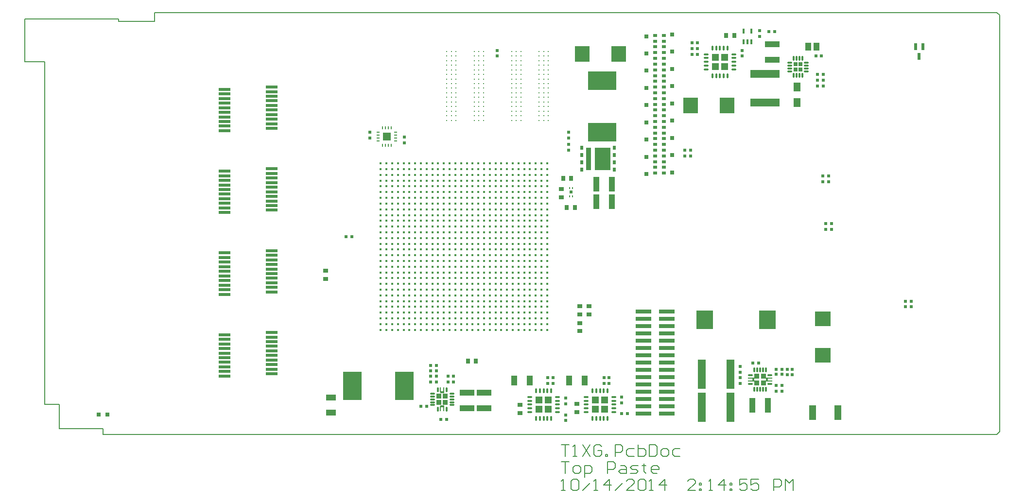
<source format=gtp>
%FSLAX44Y44*%
%MOMM*%
G71*
G01*
G75*
G04 Layer_Color=8421504*
%ADD10O,0.9500X0.3500*%
%ADD11O,0.3500X0.9500*%
%ADD12R,3.1500X3.1500*%
%ADD13O,0.2800X0.8500*%
%ADD14O,0.8500X0.2800*%
%ADD15R,1.7000X1.7000*%
%ADD16R,0.4000X0.7500*%
%ADD17R,0.9000X0.2000*%
%ADD18R,2.0500X2.0500*%
%ADD19R,2.0500X2.0500*%
%ADD20R,0.2000X0.9000*%
%ADD21R,0.7500X0.4000*%
%ADD22R,0.5000X1.3000*%
%ADD23R,2.0000X0.5000*%
%ADD24R,0.3500X0.9000*%
%ADD25R,1.2000X2.6000*%
%ADD26R,0.6300X0.6500*%
%ADD27R,0.9200X4.0000*%
%ADD28R,2.6700X4.0000*%
%ADD29R,0.6000X0.6000*%
%ADD30R,0.2500X0.4000*%
%ADD31O,0.6500X0.2500*%
%ADD32O,0.2500X0.6500*%
%ADD33R,0.7000X0.5000*%
%ADD34R,0.6500X0.8000*%
%ADD35R,0.8000X0.8000*%
%ADD36R,2.8500X3.3000*%
%ADD37R,3.1750X4.9530*%
%ADD38R,1.2000X1.5000*%
%ADD39R,0.9500X0.5500*%
%ADD40R,2.7940X0.7366*%
%ADD41C,0.3300*%
%ADD42R,5.2000X1.4000*%
%ADD43R,2.6000X1.1000*%
%ADD44R,1.1000X1.7000*%
%ADD45R,1.1000X1.4000*%
%ADD46R,0.6000X0.5000*%
%ADD47C,0.4500*%
%ADD48R,2.5500X2.7000*%
%ADD49R,0.6000X0.6000*%
%ADD50R,0.5000X0.6000*%
%ADD51R,1.7000X1.1000*%
%ADD52R,0.9000X0.8000*%
%ADD53R,0.8000X0.9000*%
%ADD54R,1.1000X2.6000*%
%ADD55R,1.4000X5.2000*%
%ADD56R,2.7000X2.5500*%
%ADD57R,4.9530X3.1750*%
%ADD58R,3.1500X3.1500*%
%ADD59C,0.2540*%
%ADD60C,0.1270*%
%ADD61C,0.5040*%
%ADD62C,0.5588*%
%ADD63C,0.5080*%
%ADD64C,0.2032*%
%ADD65C,0.3048*%
%ADD66C,0.1651*%
%ADD67C,0.3810*%
%ADD68C,0.1524*%
%ADD69R,0.6000X0.5000*%
%ADD70R,2.5000X0.7000*%
%ADD71R,2.3000X5.0000*%
%ADD72R,11.1000X6.2500*%
%ADD73R,2.8000X0.9000*%
%ADD74R,2.2000X2.1000*%
%ADD75R,1.2000X3.0000*%
%ADD76R,2.2000X1.8000*%
%ADD77R,5.2500X2.0000*%
%ADD78R,2.6000X2.7000*%
%ADD79R,1.6000X3.4000*%
%ADD80R,3.0000X4.3000*%
%ADD81R,1.9500X0.7500*%
%ADD82R,4.4500X1.0500*%
%ADD83R,1.0500X4.5000*%
%ADD84R,6.2000X6.0500*%
%ADD85R,1.1000X3.5000*%
%ADD86R,1.0000X1.4000*%
%ADD87R,1.6000X0.7000*%
%ADD88R,2.6500X1.5500*%
%ADD89R,2.3000X2.0500*%
%ADD90R,6.2000X5.1000*%
%ADD91R,15.8500X3.5500*%
%ADD92R,1.4000X1.3000*%
%ADD93R,1.7500X0.8000*%
%ADD94R,6.0000X4.0000*%
%ADD95R,0.6000X0.6500*%
%ADD96R,7.5500X2.8500*%
%ADD97R,1.6000X2.4500*%
%ADD98R,0.7500X1.9500*%
%ADD99R,2.5500X1.3000*%
%ADD100R,1.8500X1.5000*%
%ADD101R,2.5000X1.0000*%
%ADD102R,4.6000X1.0000*%
%ADD103R,2.4000X0.9500*%
%ADD104R,2.5000X0.7250*%
%ADD105R,1.0000X0.5000*%
%ADD106R,1.4000X0.5000*%
%ADD107R,2.3000X1.5000*%
%ADD108R,0.8500X0.8000*%
%ADD109R,0.8500X0.8000*%
%ADD110R,1.2250X0.5000*%
%ADD111R,4.0000X1.5000*%
%ADD112R,4.0000X2.0000*%
%ADD113R,1.1750X1.6750*%
%ADD114R,3.7500X1.3000*%
%ADD115R,4.3000X3.2000*%
%ADD116R,3.3000X4.1000*%
%ADD117R,4.5000X3.2000*%
%ADD118R,2.3000X1.1000*%
%ADD119R,2.1000X1.0000*%
%ADD120R,2.8000X3.4000*%
%ADD121R,2.0000X0.8000*%
%ADD122R,1.3000X3.9000*%
%ADD123R,1.9000X0.6000*%
%ADD124R,1.0000X2.7000*%
%ADD125R,2.3500X0.7000*%
%ADD126R,2.3500X1.5000*%
%ADD127R,0.8000X2.0500*%
%ADD128R,0.8000X1.9000*%
%ADD129R,1.1000X1.4500*%
%ADD130R,3.7000X2.8500*%
%ADD131R,3.3500X9.0500*%
%ADD132R,4.3500X19.5500*%
%ADD133R,2.9000X11.0000*%
%ADD134R,4.1000X4.4000*%
%ADD135R,3.0000X4.4000*%
%ADD136R,3.0000X1.9500*%
%ADD137R,0.9000X1.1000*%
%ADD138R,0.6500X0.4500*%
%ADD139R,4.8000X1.4000*%
%ADD140R,1.9500X9.7500*%
%ADD141R,1.6000X6.3000*%
%ADD142R,5.2000X3.1000*%
%ADD143R,9.3000X3.0000*%
%ADD144R,5.8000X1.6000*%
%ADD145R,0.9000X1.4000*%
%ADD146R,2.1000X3.3000*%
%ADD147R,10.7000X1.1000*%
%ADD148R,1.0000X1.2000*%
%ADD149R,10.7000X1.6000*%
%ADD150R,2.6000X6.4000*%
%ADD151R,2.0000X3.0000*%
%ADD152R,0.9000X0.9000*%
%ADD153R,4.0000X4.9000*%
%ADD154R,0.8000X3.0000*%
%ADD155R,2.3000X1.7000*%
%ADD156R,3.0000X5.4000*%
%ADD157R,0.8000X0.7000*%
%ADD158R,0.8000X0.4000*%
%ADD159R,0.8000X0.7000*%
%ADD160R,0.7000X0.4000*%
%ADD161R,2.8000X0.7000*%
%ADD162R,1.0000X0.4000*%
%ADD163R,1.6500X0.8000*%
%ADD164R,1.1500X0.5000*%
%ADD165R,1.3500X0.8000*%
%ADD166R,1.1000X0.5000*%
%ADD167R,1.5500X1.5000*%
%ADD168R,1.6000X1.5000*%
%ADD169R,0.9500X1.0500*%
%ADD170R,0.9000X0.5000*%
%ADD171R,1.5000X0.9500*%
%ADD172C,0.1500*%
%ADD173C,0.5000*%
%ADD174R,2.0000X2.0000*%
%ADD175C,0.2000*%
%ADD176C,0.1270*%
%ADD177C,0.9500*%
%ADD178C,0.6000*%
%ADD179C,0.5080*%
%ADD180C,5.0000*%
%ADD181R,4.7000X4.7000*%
%ADD182C,3.3000*%
G04:AMPARAMS|DCode=183|XSize=1mm|YSize=1mm|CornerRadius=0.25mm|HoleSize=0mm|Usage=FLASHONLY|Rotation=0.000|XOffset=0mm|YOffset=0mm|HoleType=Round|Shape=RoundedRectangle|*
%AMROUNDEDRECTD183*
21,1,1.0000,0.5000,0,0,0.0*
21,1,0.5000,1.0000,0,0,0.0*
1,1,0.5000,0.2500,-0.2500*
1,1,0.5000,-0.2500,-0.2500*
1,1,0.5000,-0.2500,0.2500*
1,1,0.5000,0.2500,0.2500*
%
%ADD183ROUNDEDRECTD183*%
%ADD184C,0.6600*%
%ADD185C,0.5588*%
%ADD186C,1.0160*%
%ADD187C,1.3970*%
%ADD188C,0.8890*%
%ADD189C,2.8000*%
%ADD190R,1.6000X0.5000*%
%ADD191R,0.5000X1.6000*%
%ADD192R,2.5000X3.3000*%
%ADD193R,10.0000X6.4000*%
%ADD194R,5.0000X3.3000*%
%ADD195R,1.4000X1.6000*%
%ADD196C,1.4580*%
%ADD197C,1.5580*%
%ADD198C,1.3580*%
%ADD199C,2.0580*%
%ADD200C,1.2080*%
%ADD201C,1.4080*%
%ADD202C,1.3480*%
%ADD203C,1.1680*%
%ADD204C,1.5240*%
%ADD205C,2.3080*%
G04:AMPARAMS|DCode=206|XSize=1.158mm|YSize=1.158mm|CornerRadius=0mm|HoleSize=0mm|Usage=FLASHONLY|Rotation=0.000|XOffset=0mm|YOffset=0mm|HoleType=Round|Shape=Relief|Width=0.254mm|Gap=0.127mm|Entries=4|*
%AMTHD206*
7,0,0,1.1580,0.9040,0.2540,45*
%
%ADD206THD206*%
%ADD207C,1.1580*%
%ADD208C,2.5080*%
%ADD209C,0.7064*%
G04:AMPARAMS|DCode=210|XSize=0.7064mm|YSize=0.7064mm|CornerRadius=0mm|HoleSize=0mm|Usage=FLASHONLY|Rotation=0.000|XOffset=0mm|YOffset=0mm|HoleType=Round|Shape=Relief|Width=0.2032mm|Gap=0.1016mm|Entries=4|*
%AMTHD210*
7,0,0,0.7064,0.5032,0.2032,45*
%
%ADD210THD210*%
G04:AMPARAMS|DCode=211|XSize=0.5588mm|YSize=0.5588mm|CornerRadius=0mm|HoleSize=0mm|Usage=FLASHONLY|Rotation=0.000|XOffset=0mm|YOffset=0mm|HoleType=Round|Shape=Relief|Width=0.2032mm|Gap=0.1016mm|Entries=4|*
%AMTHD211*
7,0,0,0.5588,0.3556,0.2032,45*
%
%ADD211THD211*%
%ADD212C,3.0080*%
%ADD213C,3.1064*%
%ADD214O,11.0064X2.0064*%
%ADD215C,2.9064*%
%ADD216C,0.8128*%
%ADD217C,0.8080*%
%ADD218R,1.6000X0.5000*%
%ADD219R,5.0000X9.7000*%
%ADD220R,5.0000X6.4000*%
%ADD221C,0.8380*%
%ADD222C,0.1778*%
%ADD223R,7.5000X9.7000*%
%ADD224R,2.5000X3.2000*%
%ADD225R,2.5000X9.7000*%
%ADD226R,7.5000X3.2000*%
%ADD227R,5.0000X6.5000*%
%ADD228R,2.5000X3.3000*%
%ADD229R,2.5000X6.4000*%
%ADD230R,10.0000X6.5000*%
%ADD231R,5.0000X3.2000*%
%ADD232R,0.7500X0.3000*%
%ADD233R,2.4500X2.4500*%
%ADD234R,1.1500X0.6000*%
%ADD235O,0.8000X0.2500*%
%ADD236O,0.2500X0.8000*%
%ADD237R,2.5500X2.5500*%
%ADD238R,0.8000X0.3000*%
%ADD239R,0.7000X1.3000*%
%ADD240R,1.0000X1.0000*%
%ADD241R,0.7000X0.7000*%
%ADD242R,1.0000X1.5000*%
%ADD243R,0.7000X0.6000*%
%ADD244R,10.0000X1.0000*%
%ADD245R,116.0000X1.0000*%
%ADD246R,3.5000X3.5000*%
%ADD247R,0.3700X0.5900*%
%ADD248R,0.5900X0.3700*%
%ADD249R,1.2000X1.4000*%
%ADD250R,1.1000X1.0000*%
%ADD251R,0.3000X0.7500*%
%ADD252R,1.4000X1.1000*%
%ADD253R,1.7000X1.7000*%
%ADD254R,3.9500X1.6500*%
%ADD255R,1.7000X1.5500*%
%ADD256R,2.3000X0.7000*%
%ADD257R,1.1000X2.5000*%
%ADD258R,2.6000X0.8000*%
%ADD259R,1.0000X0.8000*%
%ADD260R,6.2000X1.6500*%
%ADD261R,6.9500X4.5000*%
%ADD262R,1.0922X7.6454*%
%ADD263R,2.4000X3.2000*%
%ADD264R,1.4000X1.4000*%
%ADD265R,1.5000X1.7500*%
%ADD266R,18.5500X5.4500*%
%ADD267R,17.5000X4.3500*%
%ADD268R,1.4000X1.2500*%
%ADD269R,1.5000X1.5500*%
%ADD270R,2.3500X1.1500*%
%ADD271R,2.5500X2.2500*%
%ADD272R,3.3500X2.1000*%
%ADD273R,2.0000X1.4500*%
%ADD274R,2.1000X2.1000*%
%ADD275R,2.4500X1.1000*%
%ADD276R,2.4000X1.9500*%
%ADD277R,1.1000X0.6000*%
%ADD278R,0.9398X10.6426*%
%ADD279R,6.3246X1.2192*%
%ADD280R,7.1882X1.6510*%
%ADD281R,1.1000X1.0000*%
%ADD282R,0.6000X2.0000*%
%ADD283R,1.3000X0.8000*%
%ADD284R,1.8500X1.1500*%
%ADD285C,0.2500*%
%ADD286C,0.2000*%
%ADD287C,0.1016*%
%ADD288R,1.3000X1.3000*%
%ADD289R,0.7000X0.7000*%
%ADD290R,0.8200X0.8200*%
%ADD291R,0.8200X0.8200*%
%ADD292R,1.3000X1.3000*%
%ADD293R,1.4000X1.4000*%
D10*
X977750Y13000D02*
D03*
Y6500D02*
D03*
Y0D02*
D03*
Y-6500D02*
D03*
Y-13000D02*
D03*
X1026250D02*
D03*
Y-6500D02*
D03*
Y0D02*
D03*
Y6500D02*
D03*
Y13000D02*
D03*
X879750D02*
D03*
Y6500D02*
D03*
Y0D02*
D03*
Y-6500D02*
D03*
Y-13000D02*
D03*
X928250D02*
D03*
Y-6500D02*
D03*
Y0D02*
D03*
Y6500D02*
D03*
Y13000D02*
D03*
X1186750Y584000D02*
D03*
Y590500D02*
D03*
Y597000D02*
D03*
Y603500D02*
D03*
Y610000D02*
D03*
X1235250D02*
D03*
Y603500D02*
D03*
Y597000D02*
D03*
Y590500D02*
D03*
Y584000D02*
D03*
D11*
X989000Y-24250D02*
D03*
X995500D02*
D03*
X1002000D02*
D03*
X1008500D02*
D03*
X1015000D02*
D03*
Y24250D02*
D03*
X1008500D02*
D03*
X1002000D02*
D03*
X995500D02*
D03*
X989000D02*
D03*
X891000Y-24250D02*
D03*
X897500D02*
D03*
X904000D02*
D03*
X910500D02*
D03*
X917000D02*
D03*
Y24250D02*
D03*
X910500D02*
D03*
X904000D02*
D03*
X897500D02*
D03*
X891000D02*
D03*
X1198000Y621250D02*
D03*
X1204500D02*
D03*
X1211000D02*
D03*
X1217500D02*
D03*
X1224000D02*
D03*
Y572750D02*
D03*
X1217500D02*
D03*
X1211000D02*
D03*
X1204500D02*
D03*
X1198000D02*
D03*
D13*
X1339500Y573250D02*
D03*
X1344500D02*
D03*
X1349500D02*
D03*
X1354500D02*
D03*
Y602750D02*
D03*
X1349500D02*
D03*
X1344500D02*
D03*
X1339500D02*
D03*
X1271000Y60500D02*
D03*
X1276000D02*
D03*
X1281000D02*
D03*
X1286000D02*
D03*
X1291000D02*
D03*
Y26500D02*
D03*
X1286000D02*
D03*
X1281000D02*
D03*
X1276000D02*
D03*
X1271000D02*
D03*
X734500Y-8000D02*
D03*
Y26000D02*
D03*
X719500D02*
D03*
Y-8000D02*
D03*
D14*
X1361750Y580500D02*
D03*
Y585500D02*
D03*
Y590500D02*
D03*
Y595500D02*
D03*
X1332250D02*
D03*
Y590500D02*
D03*
Y585500D02*
D03*
Y580500D02*
D03*
X1264000Y51000D02*
D03*
X1298000D02*
D03*
Y36000D02*
D03*
X1264000D02*
D03*
X744000Y-1000D02*
D03*
Y4000D02*
D03*
Y9000D02*
D03*
Y14000D02*
D03*
Y19000D02*
D03*
X710000D02*
D03*
Y14000D02*
D03*
Y9000D02*
D03*
Y4000D02*
D03*
Y-1000D02*
D03*
D16*
X1293000Y43500D02*
D03*
X1269000D02*
D03*
D17*
X1297750Y46250D02*
D03*
Y40750D02*
D03*
X1264250D02*
D03*
Y46250D02*
D03*
D20*
X724250Y-7750D02*
D03*
X729750D02*
D03*
Y25750D02*
D03*
X724250D02*
D03*
D21*
X727000Y-3000D02*
D03*
Y21000D02*
D03*
D22*
X1558000Y606500D02*
D03*
X1551500Y623500D02*
D03*
X1564500D02*
D03*
D23*
X348000Y264000D02*
D03*
Y256000D02*
D03*
Y248000D02*
D03*
Y240000D02*
D03*
Y232000D02*
D03*
Y224000D02*
D03*
Y216000D02*
D03*
Y208000D02*
D03*
Y200000D02*
D03*
Y192000D02*
D03*
X430000Y196000D02*
D03*
Y204000D02*
D03*
Y212000D02*
D03*
Y220000D02*
D03*
Y228000D02*
D03*
Y236000D02*
D03*
Y244000D02*
D03*
Y252000D02*
D03*
Y260000D02*
D03*
Y268000D02*
D03*
Y410500D02*
D03*
Y402500D02*
D03*
Y394500D02*
D03*
Y386500D02*
D03*
Y378500D02*
D03*
Y370500D02*
D03*
Y362500D02*
D03*
Y354500D02*
D03*
Y346500D02*
D03*
Y338500D02*
D03*
X348000Y334500D02*
D03*
Y342500D02*
D03*
Y350500D02*
D03*
Y358500D02*
D03*
Y366500D02*
D03*
Y374500D02*
D03*
Y382500D02*
D03*
Y390500D02*
D03*
Y398500D02*
D03*
Y406500D02*
D03*
Y549000D02*
D03*
Y541000D02*
D03*
Y533000D02*
D03*
Y525000D02*
D03*
Y517000D02*
D03*
Y509000D02*
D03*
Y501000D02*
D03*
Y493000D02*
D03*
Y485000D02*
D03*
Y477000D02*
D03*
X430000Y481000D02*
D03*
Y489000D02*
D03*
Y497000D02*
D03*
Y505000D02*
D03*
Y513000D02*
D03*
Y521000D02*
D03*
Y529000D02*
D03*
Y537000D02*
D03*
Y545000D02*
D03*
Y553000D02*
D03*
Y125500D02*
D03*
Y117500D02*
D03*
Y109500D02*
D03*
Y101500D02*
D03*
Y93500D02*
D03*
Y85500D02*
D03*
Y77500D02*
D03*
Y69500D02*
D03*
Y61500D02*
D03*
Y53500D02*
D03*
X348000Y49500D02*
D03*
Y57500D02*
D03*
Y65500D02*
D03*
Y73500D02*
D03*
Y81500D02*
D03*
Y89500D02*
D03*
Y97500D02*
D03*
Y105500D02*
D03*
Y113500D02*
D03*
Y121500D02*
D03*
D24*
X1252500Y650500D02*
D03*
X1265500D02*
D03*
Y631500D02*
D03*
X1259000D02*
D03*
X1252500D02*
D03*
D25*
X1372000Y-14000D02*
D03*
X1416000D02*
D03*
D26*
X970000Y447000D02*
D03*
Y434300D02*
D03*
Y421600D02*
D03*
Y408900D02*
D03*
X1026700D02*
D03*
Y421600D02*
D03*
Y434300D02*
D03*
Y447000D02*
D03*
D27*
X981650Y427950D02*
D03*
D28*
X1006200D02*
D03*
D29*
X951500Y370000D02*
D03*
X1309000Y33500D02*
D03*
X1319000D02*
D03*
X725000Y-26000D02*
D03*
X735000D02*
D03*
X1306000Y650000D02*
D03*
X1296000D02*
D03*
X1309000Y23500D02*
D03*
X1319000D02*
D03*
X1309000Y61500D02*
D03*
X1319000D02*
D03*
X1040000Y-16000D02*
D03*
X1050000D02*
D03*
X1381000Y555000D02*
D03*
X1391000D02*
D03*
X1172000Y610000D02*
D03*
X1162000D02*
D03*
X1172000Y620000D02*
D03*
X1162000D02*
D03*
X1391000Y565000D02*
D03*
X1381000D02*
D03*
X1381000Y575000D02*
D03*
X1391000D02*
D03*
X570000Y292000D02*
D03*
X560000D02*
D03*
D30*
X949000Y377000D02*
D03*
X954000D02*
D03*
Y363000D02*
D03*
X949000D02*
D03*
D31*
X646250Y474500D02*
D03*
Y469500D02*
D03*
Y464500D02*
D03*
Y459500D02*
D03*
X615750D02*
D03*
Y464500D02*
D03*
Y469500D02*
D03*
Y474500D02*
D03*
D32*
X638500Y451750D02*
D03*
X633500D02*
D03*
X628500D02*
D03*
X623500D02*
D03*
Y482250D02*
D03*
X628500D02*
D03*
X633500D02*
D03*
X638500D02*
D03*
D33*
X1113000Y403000D02*
D03*
X1098000D02*
D03*
X1113000Y413000D02*
D03*
X1098000D02*
D03*
X1113000Y423000D02*
D03*
X1098000D02*
D03*
X1113000Y433000D02*
D03*
X1098000D02*
D03*
X1113000Y443000D02*
D03*
X1098000D02*
D03*
X1113000Y453000D02*
D03*
X1098000D02*
D03*
X1113000Y463000D02*
D03*
X1098000D02*
D03*
X1113000Y473000D02*
D03*
X1098000D02*
D03*
X1113000Y483000D02*
D03*
X1098000D02*
D03*
X1113000Y493000D02*
D03*
X1098000D02*
D03*
X1113000Y503000D02*
D03*
X1098000D02*
D03*
X1113000Y513000D02*
D03*
X1098000D02*
D03*
X1113000Y523000D02*
D03*
X1098000D02*
D03*
X1113000Y533000D02*
D03*
X1098000D02*
D03*
X1113000Y543000D02*
D03*
X1098000D02*
D03*
X1113000Y553000D02*
D03*
X1098000D02*
D03*
X1113000Y563000D02*
D03*
X1098000D02*
D03*
X1113000Y573000D02*
D03*
X1098000D02*
D03*
X1113000Y583000D02*
D03*
X1098000D02*
D03*
X1113000Y593000D02*
D03*
X1098000D02*
D03*
X1113000Y603000D02*
D03*
X1098000D02*
D03*
X1113000Y613000D02*
D03*
X1098000D02*
D03*
X1113000Y623000D02*
D03*
X1098000D02*
D03*
X1113000Y633000D02*
D03*
X1098000D02*
D03*
X1113000Y643000D02*
D03*
X1098000D02*
D03*
D34*
X1083245Y461500D02*
D03*
Y491500D02*
D03*
Y521500D02*
D03*
Y551500D02*
D03*
Y581500D02*
D03*
Y611500D02*
D03*
Y641500D02*
D03*
Y431500D02*
D03*
Y401500D02*
D03*
X1127750Y464500D02*
D03*
Y494500D02*
D03*
Y524500D02*
D03*
Y554500D02*
D03*
Y584500D02*
D03*
Y614500D02*
D03*
Y644500D02*
D03*
Y434500D02*
D03*
Y404500D02*
D03*
D35*
X128800Y-17800D02*
D03*
X143800D02*
D03*
D36*
X1184500Y147500D02*
D03*
X1294000D02*
D03*
D37*
X570830Y32000D02*
D03*
X661000D02*
D03*
D38*
X1345000Y553000D02*
D03*
Y526000D02*
D03*
D40*
X1077360Y72900D02*
D03*
Y149100D02*
D03*
X1118000D02*
D03*
X1077360Y136400D02*
D03*
X1118000D02*
D03*
X1077360Y123700D02*
D03*
X1118000D02*
D03*
X1077360Y111000D02*
D03*
X1118000D02*
D03*
X1077360Y98300D02*
D03*
X1118000D02*
D03*
X1077360Y85600D02*
D03*
X1118000D02*
D03*
Y72900D02*
D03*
X1077360Y-16000D02*
D03*
Y60200D02*
D03*
X1118000D02*
D03*
X1077360Y47500D02*
D03*
X1118000D02*
D03*
X1077360Y34800D02*
D03*
X1118000D02*
D03*
X1077360Y22100D02*
D03*
X1118000D02*
D03*
X1077360Y9400D02*
D03*
X1118000D02*
D03*
X1077360Y-3300D02*
D03*
X1118000D02*
D03*
Y-16000D02*
D03*
Y161800D02*
D03*
X1077360D02*
D03*
D41*
X848000Y615000D02*
D03*
X856000D02*
D03*
X864000D02*
D03*
X896000D02*
D03*
X904000D02*
D03*
X912000D02*
D03*
X848000Y607000D02*
D03*
X856000D02*
D03*
X864000D02*
D03*
X896000D02*
D03*
X904000D02*
D03*
X912000D02*
D03*
X848000Y599000D02*
D03*
X856000D02*
D03*
X864000D02*
D03*
X896000D02*
D03*
X904000D02*
D03*
X912000D02*
D03*
X848000Y591000D02*
D03*
X856000D02*
D03*
X864000D02*
D03*
X896000D02*
D03*
X904000D02*
D03*
X912000D02*
D03*
X848000Y583000D02*
D03*
X856000D02*
D03*
X864000D02*
D03*
X896000D02*
D03*
X904000D02*
D03*
X912000D02*
D03*
X848000Y575000D02*
D03*
X856000D02*
D03*
X864000D02*
D03*
X896000D02*
D03*
X904000D02*
D03*
X912000D02*
D03*
X848000Y567000D02*
D03*
X856000D02*
D03*
X864000D02*
D03*
X896000D02*
D03*
X904000D02*
D03*
X912000D02*
D03*
X848000Y559000D02*
D03*
X856000D02*
D03*
X864000D02*
D03*
X896000D02*
D03*
X904000D02*
D03*
X912000D02*
D03*
X848000Y551000D02*
D03*
X856000D02*
D03*
X864000D02*
D03*
X896000D02*
D03*
X904000D02*
D03*
X912000D02*
D03*
X848000Y543000D02*
D03*
X856000D02*
D03*
X864000D02*
D03*
X896000D02*
D03*
X904000D02*
D03*
X912000D02*
D03*
X848000Y535000D02*
D03*
X856000D02*
D03*
X864000D02*
D03*
X896000D02*
D03*
X904000D02*
D03*
X912000D02*
D03*
X848000Y527000D02*
D03*
X856000D02*
D03*
X864000D02*
D03*
X896000D02*
D03*
X904000D02*
D03*
X912000D02*
D03*
X848000Y519000D02*
D03*
X856000D02*
D03*
X864000D02*
D03*
X896000D02*
D03*
X904000D02*
D03*
X912000D02*
D03*
X848000Y511000D02*
D03*
X856000D02*
D03*
X864000D02*
D03*
X896000D02*
D03*
X904000D02*
D03*
X912000D02*
D03*
X848000Y503000D02*
D03*
X856000D02*
D03*
X864000D02*
D03*
X896000D02*
D03*
X904000D02*
D03*
X912000D02*
D03*
X848000Y495000D02*
D03*
X856000D02*
D03*
X864000D02*
D03*
X896000D02*
D03*
X904000D02*
D03*
X912000D02*
D03*
X799000Y495000D02*
D03*
X791000D02*
D03*
X783000D02*
D03*
X751000D02*
D03*
X743000D02*
D03*
X735000D02*
D03*
X799000Y503000D02*
D03*
X791000D02*
D03*
X783000D02*
D03*
X751000D02*
D03*
X743000D02*
D03*
X735000D02*
D03*
X799000Y511000D02*
D03*
X791000D02*
D03*
X783000D02*
D03*
X751000D02*
D03*
X743000D02*
D03*
X735000D02*
D03*
X799000Y519000D02*
D03*
X791000D02*
D03*
X783000D02*
D03*
X751000D02*
D03*
X743000D02*
D03*
X735000D02*
D03*
X799000Y527000D02*
D03*
X791000D02*
D03*
X783000D02*
D03*
X751000D02*
D03*
X743000D02*
D03*
X735000D02*
D03*
X799000Y535000D02*
D03*
X791000D02*
D03*
X783000D02*
D03*
X751000D02*
D03*
X743000D02*
D03*
X735000D02*
D03*
X799000Y543000D02*
D03*
X791000D02*
D03*
X783000D02*
D03*
X751000D02*
D03*
X743000D02*
D03*
X735000D02*
D03*
X799000Y551000D02*
D03*
X791000D02*
D03*
X783000D02*
D03*
X751000D02*
D03*
X743000D02*
D03*
X735000D02*
D03*
X799000Y559000D02*
D03*
X791000D02*
D03*
X783000D02*
D03*
X751000D02*
D03*
X743000D02*
D03*
X735000D02*
D03*
X799000Y567000D02*
D03*
X791000D02*
D03*
X783000D02*
D03*
X751000D02*
D03*
X743000D02*
D03*
X735000D02*
D03*
X799000Y575000D02*
D03*
X791000D02*
D03*
X783000D02*
D03*
X751000D02*
D03*
X743000D02*
D03*
X735000D02*
D03*
X799000Y583000D02*
D03*
X791000D02*
D03*
X783000D02*
D03*
X751000D02*
D03*
X743000D02*
D03*
X735000D02*
D03*
X799000Y591000D02*
D03*
X791000D02*
D03*
X783000D02*
D03*
X751000D02*
D03*
X743000D02*
D03*
X735000D02*
D03*
X799000Y599000D02*
D03*
X791000D02*
D03*
X783000D02*
D03*
X751000D02*
D03*
X743000D02*
D03*
X735000D02*
D03*
X799000Y607000D02*
D03*
X791000D02*
D03*
X783000D02*
D03*
X751000D02*
D03*
X743000D02*
D03*
X735000D02*
D03*
X799000Y615000D02*
D03*
X791000D02*
D03*
X783000D02*
D03*
X751000D02*
D03*
X743000D02*
D03*
X735000D02*
D03*
D42*
X1289000Y526000D02*
D03*
Y576000D02*
D03*
D43*
X1302000Y627500D02*
D03*
Y600500D02*
D03*
X770000Y-6500D02*
D03*
Y20500D02*
D03*
X800000Y-6500D02*
D03*
Y20500D02*
D03*
D44*
X852500Y42000D02*
D03*
X879500D02*
D03*
X948500D02*
D03*
X975500D02*
D03*
D45*
X1379500Y623000D02*
D03*
X1364500D02*
D03*
D46*
X1378000Y607000D02*
D03*
X1388000D02*
D03*
X1390000Y398000D02*
D03*
X1400000D02*
D03*
X1390000Y388000D02*
D03*
X1400000D02*
D03*
X1395000Y315000D02*
D03*
X1405000D02*
D03*
X1395000Y305000D02*
D03*
X1405000D02*
D03*
X1534000Y170000D02*
D03*
X1544000D02*
D03*
X1534000Y180000D02*
D03*
X1544000D02*
D03*
X690000Y-3000D02*
D03*
X700000D02*
D03*
X1278000Y72500D02*
D03*
X1268000D02*
D03*
X717000Y68000D02*
D03*
X707000D02*
D03*
X1319000Y52500D02*
D03*
X1309000D02*
D03*
X717000Y59000D02*
D03*
X707000D02*
D03*
X1162000Y630000D02*
D03*
X1172000D02*
D03*
D47*
X620000Y420000D02*
D03*
X630000D02*
D03*
X640000D02*
D03*
X650000D02*
D03*
X660000D02*
D03*
X670000D02*
D03*
X680000D02*
D03*
X690000D02*
D03*
X700000D02*
D03*
X710000D02*
D03*
X720000D02*
D03*
X730000D02*
D03*
X740000D02*
D03*
X750000D02*
D03*
X760000D02*
D03*
X770000D02*
D03*
X780000D02*
D03*
X790000D02*
D03*
X800000D02*
D03*
X810000D02*
D03*
X820000D02*
D03*
X830000D02*
D03*
X840000D02*
D03*
X850000D02*
D03*
X860000D02*
D03*
X870000D02*
D03*
X880000D02*
D03*
X890000D02*
D03*
X900000D02*
D03*
X910000D02*
D03*
X620000Y410000D02*
D03*
X630000D02*
D03*
X640000D02*
D03*
X650000D02*
D03*
X660000D02*
D03*
X670000D02*
D03*
X680000D02*
D03*
X690000D02*
D03*
X700000D02*
D03*
X710000D02*
D03*
X720000D02*
D03*
X730000D02*
D03*
X740000D02*
D03*
X750000D02*
D03*
X760000D02*
D03*
X770000D02*
D03*
X780000D02*
D03*
X790000D02*
D03*
X800000D02*
D03*
X810000D02*
D03*
X820000D02*
D03*
X830000D02*
D03*
X840000D02*
D03*
X850000D02*
D03*
X860000D02*
D03*
X870000D02*
D03*
X880000D02*
D03*
X890000D02*
D03*
X900000D02*
D03*
X910000D02*
D03*
X620000Y400000D02*
D03*
X630000D02*
D03*
X640000D02*
D03*
X650000D02*
D03*
X660000D02*
D03*
X670000D02*
D03*
X680000D02*
D03*
X690000D02*
D03*
X700000D02*
D03*
X710000D02*
D03*
X720000D02*
D03*
X730000D02*
D03*
X740000D02*
D03*
X750000D02*
D03*
X760000D02*
D03*
X770000D02*
D03*
X780000D02*
D03*
X790000D02*
D03*
X800000D02*
D03*
X810000D02*
D03*
X820000D02*
D03*
X830000D02*
D03*
X840000D02*
D03*
X850000D02*
D03*
X860000D02*
D03*
X870000D02*
D03*
X880000D02*
D03*
X890000D02*
D03*
X900000D02*
D03*
X910000D02*
D03*
X620000Y390000D02*
D03*
X630000D02*
D03*
X640000D02*
D03*
X650000D02*
D03*
X660000D02*
D03*
X670000D02*
D03*
X680000D02*
D03*
X690000D02*
D03*
X700000D02*
D03*
X710000D02*
D03*
X720000D02*
D03*
X730000D02*
D03*
X740000D02*
D03*
X750000D02*
D03*
X760000D02*
D03*
X770000D02*
D03*
X780000D02*
D03*
X790000D02*
D03*
X800000D02*
D03*
X810000D02*
D03*
X820000D02*
D03*
X830000D02*
D03*
X840000D02*
D03*
X850000D02*
D03*
X860000D02*
D03*
X870000D02*
D03*
X880000D02*
D03*
X890000D02*
D03*
X900000D02*
D03*
X910000D02*
D03*
X620000Y380000D02*
D03*
X630000D02*
D03*
X640000D02*
D03*
X650000D02*
D03*
X660000D02*
D03*
X670000D02*
D03*
X680000D02*
D03*
X690000D02*
D03*
X700000D02*
D03*
X710000D02*
D03*
X720000D02*
D03*
X730000D02*
D03*
X740000D02*
D03*
X750000D02*
D03*
X760000D02*
D03*
X770000D02*
D03*
X780000D02*
D03*
X790000D02*
D03*
X800000D02*
D03*
X810000D02*
D03*
X820000D02*
D03*
X830000D02*
D03*
X840000D02*
D03*
X850000D02*
D03*
X860000D02*
D03*
X870000D02*
D03*
X880000D02*
D03*
X890000D02*
D03*
X900000D02*
D03*
X910000D02*
D03*
X620000Y370000D02*
D03*
X630000D02*
D03*
X640000D02*
D03*
X650000D02*
D03*
X660000D02*
D03*
X670000D02*
D03*
X680000D02*
D03*
X690000D02*
D03*
X700000D02*
D03*
X710000D02*
D03*
X720000D02*
D03*
X730000D02*
D03*
X740000D02*
D03*
X750000D02*
D03*
X760000D02*
D03*
X770000D02*
D03*
X780000D02*
D03*
X790000D02*
D03*
X800000D02*
D03*
X810000D02*
D03*
X820000D02*
D03*
X830000D02*
D03*
X840000D02*
D03*
X850000D02*
D03*
X860000D02*
D03*
X870000D02*
D03*
X880000D02*
D03*
X890000D02*
D03*
X900000D02*
D03*
X910000D02*
D03*
X620000Y360000D02*
D03*
X630000D02*
D03*
X640000D02*
D03*
X650000D02*
D03*
X660000D02*
D03*
X670000D02*
D03*
X680000D02*
D03*
X690000D02*
D03*
X700000D02*
D03*
X710000D02*
D03*
X720000D02*
D03*
X730000D02*
D03*
X740000D02*
D03*
X750000D02*
D03*
X760000D02*
D03*
X770000D02*
D03*
X780000D02*
D03*
X790000D02*
D03*
X800000D02*
D03*
X810000D02*
D03*
X820000D02*
D03*
X830000D02*
D03*
X840000D02*
D03*
X850000D02*
D03*
X860000D02*
D03*
X870000D02*
D03*
X880000D02*
D03*
X890000D02*
D03*
X900000D02*
D03*
X910000D02*
D03*
X620000Y350000D02*
D03*
X630000D02*
D03*
X640000D02*
D03*
X650000D02*
D03*
X660000D02*
D03*
X670000D02*
D03*
X680000D02*
D03*
X690000D02*
D03*
X700000D02*
D03*
X710000D02*
D03*
X720000D02*
D03*
X730000D02*
D03*
X740000D02*
D03*
X750000D02*
D03*
X760000D02*
D03*
X770000D02*
D03*
X780000D02*
D03*
X790000D02*
D03*
X800000D02*
D03*
X810000D02*
D03*
X820000D02*
D03*
X830000D02*
D03*
X840000D02*
D03*
X850000D02*
D03*
X860000D02*
D03*
X870000D02*
D03*
X880000D02*
D03*
X890000D02*
D03*
X900000D02*
D03*
X910000D02*
D03*
X620000Y340000D02*
D03*
X630000D02*
D03*
X640000D02*
D03*
X650000D02*
D03*
X660000D02*
D03*
X670000D02*
D03*
X680000D02*
D03*
X690000D02*
D03*
X700000D02*
D03*
X710000D02*
D03*
X720000D02*
D03*
X730000D02*
D03*
X740000D02*
D03*
X750000D02*
D03*
X760000D02*
D03*
X770000D02*
D03*
X780000D02*
D03*
X790000D02*
D03*
X800000D02*
D03*
X810000D02*
D03*
X820000D02*
D03*
X830000D02*
D03*
X840000D02*
D03*
X850000D02*
D03*
X860000D02*
D03*
X870000D02*
D03*
X880000D02*
D03*
X890000D02*
D03*
X900000D02*
D03*
X910000D02*
D03*
X620000Y330000D02*
D03*
X630000D02*
D03*
X640000D02*
D03*
X650000D02*
D03*
X660000D02*
D03*
X670000D02*
D03*
X680000D02*
D03*
X690000D02*
D03*
X700000D02*
D03*
X710000D02*
D03*
X720000D02*
D03*
X730000D02*
D03*
X740000D02*
D03*
X750000D02*
D03*
X760000D02*
D03*
X770000D02*
D03*
X780000D02*
D03*
X790000D02*
D03*
X800000D02*
D03*
X810000D02*
D03*
X820000D02*
D03*
X830000D02*
D03*
X840000D02*
D03*
X850000D02*
D03*
X860000D02*
D03*
X870000D02*
D03*
X880000D02*
D03*
X890000D02*
D03*
X900000D02*
D03*
X910000D02*
D03*
X620000Y320000D02*
D03*
X630000D02*
D03*
X640000D02*
D03*
X650000D02*
D03*
X660000D02*
D03*
X670000D02*
D03*
X680000D02*
D03*
X690000D02*
D03*
X700000D02*
D03*
X710000D02*
D03*
X720000D02*
D03*
X730000D02*
D03*
X740000D02*
D03*
X750000D02*
D03*
X760000D02*
D03*
X770000D02*
D03*
X780000D02*
D03*
X790000D02*
D03*
X800000D02*
D03*
X810000D02*
D03*
X820000D02*
D03*
X830000D02*
D03*
X840000D02*
D03*
X850000D02*
D03*
X860000D02*
D03*
X870000D02*
D03*
X880000D02*
D03*
X890000D02*
D03*
X900000D02*
D03*
X910000D02*
D03*
X620000Y310000D02*
D03*
X630000D02*
D03*
X640000D02*
D03*
X650000D02*
D03*
X660000D02*
D03*
X670000D02*
D03*
X680000D02*
D03*
X690000D02*
D03*
X700000D02*
D03*
X710000D02*
D03*
X720000D02*
D03*
X730000D02*
D03*
X740000D02*
D03*
X750000D02*
D03*
X760000D02*
D03*
X770000D02*
D03*
X780000D02*
D03*
X790000D02*
D03*
X800000D02*
D03*
X810000D02*
D03*
X820000D02*
D03*
X830000D02*
D03*
X840000D02*
D03*
X850000D02*
D03*
X860000D02*
D03*
X870000D02*
D03*
X880000D02*
D03*
X890000D02*
D03*
X900000D02*
D03*
X910000D02*
D03*
X620000Y300000D02*
D03*
X630000D02*
D03*
X640000D02*
D03*
X650000D02*
D03*
X660000D02*
D03*
X670000D02*
D03*
X680000D02*
D03*
X690000D02*
D03*
X700000D02*
D03*
X710000D02*
D03*
X720000D02*
D03*
X730000D02*
D03*
X740000D02*
D03*
X750000D02*
D03*
X760000D02*
D03*
X770000D02*
D03*
X780000D02*
D03*
X790000D02*
D03*
X800000D02*
D03*
X810000D02*
D03*
X820000D02*
D03*
X830000D02*
D03*
X840000D02*
D03*
X850000D02*
D03*
X860000D02*
D03*
X870000D02*
D03*
X880000D02*
D03*
X890000D02*
D03*
X900000D02*
D03*
X910000D02*
D03*
X620000Y290000D02*
D03*
X630000D02*
D03*
X640000D02*
D03*
X650000D02*
D03*
X660000D02*
D03*
X670000D02*
D03*
X680000D02*
D03*
X690000D02*
D03*
X700000D02*
D03*
X710000D02*
D03*
X720000D02*
D03*
X730000D02*
D03*
X740000D02*
D03*
X750000D02*
D03*
X760000D02*
D03*
X770000D02*
D03*
X780000D02*
D03*
X790000D02*
D03*
X800000D02*
D03*
X810000D02*
D03*
X820000D02*
D03*
X830000D02*
D03*
X840000D02*
D03*
X850000D02*
D03*
X860000D02*
D03*
X870000D02*
D03*
X880000D02*
D03*
X890000D02*
D03*
X900000D02*
D03*
X910000D02*
D03*
X620000Y280000D02*
D03*
X630000D02*
D03*
X640000D02*
D03*
X650000D02*
D03*
X660000D02*
D03*
X670000D02*
D03*
X680000D02*
D03*
X690000D02*
D03*
X700000D02*
D03*
X710000D02*
D03*
X720000D02*
D03*
X730000D02*
D03*
X740000D02*
D03*
X750000D02*
D03*
X760000D02*
D03*
X770000D02*
D03*
X780000D02*
D03*
X790000D02*
D03*
X800000D02*
D03*
X810000D02*
D03*
X820000D02*
D03*
X830000D02*
D03*
X840000D02*
D03*
X850000D02*
D03*
X860000D02*
D03*
X870000D02*
D03*
X880000D02*
D03*
X890000D02*
D03*
X900000D02*
D03*
X910000D02*
D03*
X620000Y270000D02*
D03*
X630000D02*
D03*
X640000D02*
D03*
X650000D02*
D03*
X660000D02*
D03*
X670000D02*
D03*
X680000D02*
D03*
X690000D02*
D03*
X700000D02*
D03*
X710000D02*
D03*
X720000D02*
D03*
X730000D02*
D03*
X740000D02*
D03*
X750000D02*
D03*
X760000D02*
D03*
X770000D02*
D03*
X780000D02*
D03*
X790000D02*
D03*
X800000D02*
D03*
X810000D02*
D03*
X820000D02*
D03*
X830000D02*
D03*
X840000D02*
D03*
X850000D02*
D03*
X860000D02*
D03*
X870000D02*
D03*
X880000D02*
D03*
X890000D02*
D03*
X900000D02*
D03*
X910000D02*
D03*
X620000Y260000D02*
D03*
X630000D02*
D03*
X640000D02*
D03*
X650000D02*
D03*
X660000D02*
D03*
X670000D02*
D03*
X680000D02*
D03*
X690000D02*
D03*
X700000D02*
D03*
X710000D02*
D03*
X720000D02*
D03*
X730000D02*
D03*
X740000D02*
D03*
X750000D02*
D03*
X760000D02*
D03*
X770000D02*
D03*
X780000D02*
D03*
X790000D02*
D03*
X800000D02*
D03*
X810000D02*
D03*
X820000D02*
D03*
X830000D02*
D03*
X840000D02*
D03*
X850000D02*
D03*
X860000D02*
D03*
X870000D02*
D03*
X880000D02*
D03*
X890000D02*
D03*
X900000D02*
D03*
X910000D02*
D03*
X620000Y250000D02*
D03*
X630000D02*
D03*
X640000D02*
D03*
X650000D02*
D03*
X660000D02*
D03*
X670000D02*
D03*
X680000D02*
D03*
X690000D02*
D03*
X700000D02*
D03*
X710000D02*
D03*
X720000D02*
D03*
X730000D02*
D03*
X740000D02*
D03*
X750000D02*
D03*
X760000D02*
D03*
X770000D02*
D03*
X780000D02*
D03*
X790000D02*
D03*
X800000D02*
D03*
X810000D02*
D03*
X820000D02*
D03*
X830000D02*
D03*
X840000D02*
D03*
X850000D02*
D03*
X860000D02*
D03*
X870000D02*
D03*
X880000D02*
D03*
X890000D02*
D03*
X900000D02*
D03*
X910000D02*
D03*
X620000Y240000D02*
D03*
X630000D02*
D03*
X640000D02*
D03*
X650000D02*
D03*
X660000D02*
D03*
X670000D02*
D03*
X680000D02*
D03*
X690000D02*
D03*
X700000D02*
D03*
X710000D02*
D03*
X720000D02*
D03*
X730000D02*
D03*
X740000D02*
D03*
X750000D02*
D03*
X760000D02*
D03*
X770000D02*
D03*
X780000D02*
D03*
X790000D02*
D03*
X800000D02*
D03*
X810000D02*
D03*
X820000D02*
D03*
X830000D02*
D03*
X840000D02*
D03*
X850000D02*
D03*
X860000D02*
D03*
X870000D02*
D03*
X880000D02*
D03*
X890000D02*
D03*
X900000D02*
D03*
X910000D02*
D03*
X620000Y230000D02*
D03*
X630000D02*
D03*
X640000D02*
D03*
X650000D02*
D03*
X660000D02*
D03*
X670000D02*
D03*
X680000D02*
D03*
X690000D02*
D03*
X700000D02*
D03*
X710000D02*
D03*
X720000D02*
D03*
X730000D02*
D03*
X740000D02*
D03*
X750000D02*
D03*
X760000D02*
D03*
X770000D02*
D03*
X780000D02*
D03*
X790000D02*
D03*
X800000D02*
D03*
X810000D02*
D03*
X820000D02*
D03*
X830000D02*
D03*
X840000D02*
D03*
X850000D02*
D03*
X860000D02*
D03*
X870000D02*
D03*
X880000D02*
D03*
X890000D02*
D03*
X900000D02*
D03*
X910000D02*
D03*
X620000Y220000D02*
D03*
X630000D02*
D03*
X640000D02*
D03*
X650000D02*
D03*
X660000D02*
D03*
X670000D02*
D03*
X680000D02*
D03*
X690000D02*
D03*
X700000D02*
D03*
X710000D02*
D03*
X720000D02*
D03*
X730000D02*
D03*
X740000D02*
D03*
X750000D02*
D03*
X760000D02*
D03*
X770000D02*
D03*
X780000D02*
D03*
X790000D02*
D03*
X800000D02*
D03*
X810000D02*
D03*
X820000D02*
D03*
X830000D02*
D03*
X840000D02*
D03*
X850000D02*
D03*
X860000D02*
D03*
X870000D02*
D03*
X880000D02*
D03*
X890000D02*
D03*
X900000D02*
D03*
X910000D02*
D03*
X620000Y210000D02*
D03*
X630000D02*
D03*
X640000D02*
D03*
X650000D02*
D03*
X660000D02*
D03*
X670000D02*
D03*
X680000D02*
D03*
X690000D02*
D03*
X700000D02*
D03*
X710000D02*
D03*
X720000D02*
D03*
X730000D02*
D03*
X740000D02*
D03*
X750000D02*
D03*
X760000D02*
D03*
X770000D02*
D03*
X780000D02*
D03*
X790000D02*
D03*
X800000D02*
D03*
X810000D02*
D03*
X820000D02*
D03*
X830000D02*
D03*
X840000D02*
D03*
X850000D02*
D03*
X860000D02*
D03*
X870000D02*
D03*
X880000D02*
D03*
X890000D02*
D03*
X900000D02*
D03*
X910000D02*
D03*
X620000Y200000D02*
D03*
X630000D02*
D03*
X640000D02*
D03*
X650000D02*
D03*
X660000D02*
D03*
X670000D02*
D03*
X680000D02*
D03*
X690000D02*
D03*
X700000D02*
D03*
X710000D02*
D03*
X720000D02*
D03*
X730000D02*
D03*
X740000D02*
D03*
X750000D02*
D03*
X760000D02*
D03*
X770000D02*
D03*
X780000D02*
D03*
X790000D02*
D03*
X800000D02*
D03*
X810000D02*
D03*
X820000D02*
D03*
X830000D02*
D03*
X840000D02*
D03*
X850000D02*
D03*
X860000D02*
D03*
X870000D02*
D03*
X880000D02*
D03*
X890000D02*
D03*
X900000D02*
D03*
X910000D02*
D03*
X620000Y190000D02*
D03*
X630000D02*
D03*
X640000D02*
D03*
X650000D02*
D03*
X660000D02*
D03*
X670000D02*
D03*
X680000D02*
D03*
X690000D02*
D03*
X700000D02*
D03*
X710000D02*
D03*
X720000D02*
D03*
X730000D02*
D03*
X740000D02*
D03*
X750000D02*
D03*
X760000D02*
D03*
X770000D02*
D03*
X780000D02*
D03*
X790000D02*
D03*
X800000D02*
D03*
X810000D02*
D03*
X820000D02*
D03*
X830000D02*
D03*
X840000D02*
D03*
X850000D02*
D03*
X860000D02*
D03*
X870000D02*
D03*
X880000D02*
D03*
X890000D02*
D03*
X900000D02*
D03*
X910000D02*
D03*
X620000Y180000D02*
D03*
X630000D02*
D03*
X640000D02*
D03*
X650000D02*
D03*
X660000D02*
D03*
X670000D02*
D03*
X680000D02*
D03*
X690000D02*
D03*
X700000D02*
D03*
X710000D02*
D03*
X720000D02*
D03*
X730000D02*
D03*
X740000D02*
D03*
X750000D02*
D03*
X760000D02*
D03*
X770000D02*
D03*
X780000D02*
D03*
X790000D02*
D03*
X800000D02*
D03*
X810000D02*
D03*
X820000D02*
D03*
X830000D02*
D03*
X840000D02*
D03*
X850000D02*
D03*
X860000D02*
D03*
X870000D02*
D03*
X880000D02*
D03*
X890000D02*
D03*
X900000D02*
D03*
X910000D02*
D03*
X620000Y170000D02*
D03*
X630000D02*
D03*
X640000D02*
D03*
X650000D02*
D03*
X660000D02*
D03*
X670000D02*
D03*
X680000D02*
D03*
X690000D02*
D03*
X700000D02*
D03*
X710000D02*
D03*
X720000D02*
D03*
X730000D02*
D03*
X740000D02*
D03*
X750000D02*
D03*
X760000D02*
D03*
X770000D02*
D03*
X780000D02*
D03*
X790000D02*
D03*
X800000D02*
D03*
X810000D02*
D03*
X820000D02*
D03*
X830000D02*
D03*
X840000D02*
D03*
X850000D02*
D03*
X860000D02*
D03*
X870000D02*
D03*
X880000D02*
D03*
X890000D02*
D03*
X900000D02*
D03*
X910000D02*
D03*
X620000Y160000D02*
D03*
X630000D02*
D03*
X640000D02*
D03*
X650000D02*
D03*
X660000D02*
D03*
X670000D02*
D03*
X680000D02*
D03*
X690000D02*
D03*
X700000D02*
D03*
X710000D02*
D03*
X720000D02*
D03*
X730000D02*
D03*
X740000D02*
D03*
X750000D02*
D03*
X760000D02*
D03*
X770000D02*
D03*
X780000D02*
D03*
X790000D02*
D03*
X800000D02*
D03*
X810000D02*
D03*
X820000D02*
D03*
X830000D02*
D03*
X840000D02*
D03*
X850000D02*
D03*
X860000D02*
D03*
X870000D02*
D03*
X880000D02*
D03*
X890000D02*
D03*
X900000D02*
D03*
X910000D02*
D03*
X620000Y150000D02*
D03*
X630000D02*
D03*
X640000D02*
D03*
X650000D02*
D03*
X660000D02*
D03*
X670000D02*
D03*
X680000D02*
D03*
X690000D02*
D03*
X700000D02*
D03*
X710000D02*
D03*
X720000D02*
D03*
X730000D02*
D03*
X740000D02*
D03*
X750000D02*
D03*
X760000D02*
D03*
X770000D02*
D03*
X780000D02*
D03*
X790000D02*
D03*
X800000D02*
D03*
X810000D02*
D03*
X820000D02*
D03*
X830000D02*
D03*
X840000D02*
D03*
X850000D02*
D03*
X860000D02*
D03*
X870000D02*
D03*
X880000D02*
D03*
X890000D02*
D03*
X900000D02*
D03*
X910000D02*
D03*
X620000Y140000D02*
D03*
X630000D02*
D03*
X640000D02*
D03*
X650000D02*
D03*
X660000D02*
D03*
X670000D02*
D03*
X680000D02*
D03*
X690000D02*
D03*
X700000D02*
D03*
X710000D02*
D03*
X720000D02*
D03*
X730000D02*
D03*
X740000D02*
D03*
X750000D02*
D03*
X760000D02*
D03*
X770000D02*
D03*
X780000D02*
D03*
X790000D02*
D03*
X800000D02*
D03*
X810000D02*
D03*
X820000D02*
D03*
X830000D02*
D03*
X840000D02*
D03*
X850000D02*
D03*
X860000D02*
D03*
X870000D02*
D03*
X880000D02*
D03*
X890000D02*
D03*
X900000D02*
D03*
X910000D02*
D03*
X620000Y130000D02*
D03*
X630000D02*
D03*
X640000D02*
D03*
X650000D02*
D03*
X660000D02*
D03*
X670000D02*
D03*
X680000D02*
D03*
X690000D02*
D03*
X700000D02*
D03*
X710000D02*
D03*
X720000D02*
D03*
X730000D02*
D03*
X740000D02*
D03*
X750000D02*
D03*
X760000D02*
D03*
X770000D02*
D03*
X780000D02*
D03*
X790000D02*
D03*
X800000D02*
D03*
X810000D02*
D03*
X820000D02*
D03*
X830000D02*
D03*
X840000D02*
D03*
X850000D02*
D03*
X860000D02*
D03*
X870000D02*
D03*
X880000D02*
D03*
X890000D02*
D03*
X900000D02*
D03*
X910000D02*
D03*
D48*
X971000Y611000D02*
D03*
X1034500D02*
D03*
X1160000Y521000D02*
D03*
X1223500D02*
D03*
D49*
X947000Y474000D02*
D03*
Y464000D02*
D03*
X942000Y-28000D02*
D03*
Y-18000D02*
D03*
X823000Y617000D02*
D03*
Y607000D02*
D03*
X1246000Y46500D02*
D03*
Y36500D02*
D03*
Y56500D02*
D03*
Y66500D02*
D03*
X737000Y49000D02*
D03*
Y39000D02*
D03*
X747000Y49000D02*
D03*
Y39000D02*
D03*
X707000Y39000D02*
D03*
Y49000D02*
D03*
X1009000Y37000D02*
D03*
Y47000D02*
D03*
X1018000Y37000D02*
D03*
Y47000D02*
D03*
X1250000Y607000D02*
D03*
Y617000D02*
D03*
X911000Y37000D02*
D03*
Y47000D02*
D03*
X920000Y37000D02*
D03*
Y47000D02*
D03*
D50*
X947000Y443000D02*
D03*
Y453000D02*
D03*
X1280000Y641000D02*
D03*
Y651000D02*
D03*
X1150000Y433000D02*
D03*
Y443000D02*
D03*
X1160000Y433000D02*
D03*
Y443000D02*
D03*
X601000Y474000D02*
D03*
Y464000D02*
D03*
X661000Y456000D02*
D03*
Y466000D02*
D03*
X1337000Y51500D02*
D03*
Y61500D02*
D03*
X717000Y49000D02*
D03*
Y39000D02*
D03*
X1328000Y51500D02*
D03*
Y61500D02*
D03*
X1040000Y3000D02*
D03*
Y13000D02*
D03*
X942000Y1000D02*
D03*
Y11000D02*
D03*
D51*
X533000Y-14500D02*
D03*
Y12500D02*
D03*
D52*
X935000Y361000D02*
D03*
Y375000D02*
D03*
X962000Y-13000D02*
D03*
Y1000D02*
D03*
X863000Y-15000D02*
D03*
Y-1000D02*
D03*
X524000Y219000D02*
D03*
Y233000D02*
D03*
X967000Y171000D02*
D03*
Y157000D02*
D03*
X983000Y171000D02*
D03*
Y157000D02*
D03*
X967000Y142000D02*
D03*
Y128000D02*
D03*
D53*
X938000Y394000D02*
D03*
X952000D02*
D03*
X1236000Y643000D02*
D03*
X1222000D02*
D03*
X786000Y76000D02*
D03*
X772000D02*
D03*
X958000Y343000D02*
D03*
X944000D02*
D03*
D54*
X1267500Y-1500D02*
D03*
X1294500D02*
D03*
X1022500Y353000D02*
D03*
X995500D02*
D03*
X1022500Y384000D02*
D03*
X995500D02*
D03*
D55*
X1179000Y52500D02*
D03*
X1229000D02*
D03*
X1179000Y-4500D02*
D03*
X1229000D02*
D03*
D56*
X1390000Y86000D02*
D03*
Y149500D02*
D03*
D57*
X1006000Y474000D02*
D03*
Y564170D02*
D03*
D68*
X935000Y-100006D02*
X948329D01*
X941665D01*
Y-120000D01*
X958326D02*
X964990D01*
X968323Y-116668D01*
Y-110003D01*
X964990Y-106671D01*
X958326D01*
X954994Y-110003D01*
Y-116668D01*
X958326Y-120000D01*
X974987Y-126664D02*
Y-106671D01*
X984984D01*
X988316Y-110003D01*
Y-116668D01*
X984984Y-120000D01*
X974987D01*
X1014974D02*
Y-100006D01*
X1024971D01*
X1028303Y-103339D01*
Y-110003D01*
X1024971Y-113336D01*
X1014974D01*
X1038300Y-106671D02*
X1044965D01*
X1048297Y-110003D01*
Y-120000D01*
X1038300D01*
X1034968Y-116668D01*
X1038300Y-113336D01*
X1048297D01*
X1054961Y-120000D02*
X1064958D01*
X1068290Y-116668D01*
X1064958Y-113336D01*
X1058294D01*
X1054961Y-110003D01*
X1058294Y-106671D01*
X1068290D01*
X1078287Y-103339D02*
Y-106671D01*
X1074955D01*
X1081619D01*
X1078287D01*
Y-116668D01*
X1081619Y-120000D01*
X1101613D02*
X1094949D01*
X1091616Y-116668D01*
Y-110003D01*
X1094949Y-106671D01*
X1101613D01*
X1104945Y-110003D01*
Y-113336D01*
X1091616D01*
X1168329Y-150000D02*
X1155000D01*
X1168329Y-136671D01*
Y-133339D01*
X1164997Y-130006D01*
X1158332D01*
X1155000Y-133339D01*
X1174994Y-136671D02*
X1178326D01*
Y-140003D01*
X1174994D01*
Y-136671D01*
Y-146668D02*
X1178326D01*
Y-150000D01*
X1174994D01*
Y-146668D01*
X1191655Y-150000D02*
X1198319D01*
X1194987D01*
Y-130006D01*
X1191655Y-133339D01*
X1218313Y-150000D02*
Y-130006D01*
X1208316Y-140003D01*
X1221645D01*
X1228310Y-136671D02*
X1231642D01*
Y-140003D01*
X1228310D01*
Y-136671D01*
Y-146668D02*
X1231642D01*
Y-150000D01*
X1228310D01*
Y-146668D01*
X1258300Y-130006D02*
X1244971D01*
Y-140003D01*
X1251636Y-136671D01*
X1254968D01*
X1258300Y-140003D01*
Y-146668D01*
X1254968Y-150000D01*
X1248303D01*
X1244971Y-146668D01*
X1278294Y-130006D02*
X1264965D01*
Y-140003D01*
X1271629Y-136671D01*
X1274961D01*
X1278294Y-140003D01*
Y-146668D01*
X1274961Y-150000D01*
X1268297D01*
X1264965Y-146668D01*
X1304952Y-150000D02*
Y-130006D01*
X1314948D01*
X1318281Y-133339D01*
Y-140003D01*
X1314948Y-143336D01*
X1304952D01*
X1324945Y-150000D02*
Y-130006D01*
X1331610Y-136671D01*
X1338274Y-130006D01*
Y-150000D01*
X935000D02*
X941665D01*
X938332D01*
Y-130006D01*
X935000Y-133339D01*
X951661D02*
X954994Y-130006D01*
X961658D01*
X964990Y-133339D01*
Y-146668D01*
X961658Y-150000D01*
X954994D01*
X951661Y-146668D01*
Y-133339D01*
X971655Y-150000D02*
X984984Y-136671D01*
X991648Y-150000D02*
X998313D01*
X994981D01*
Y-130006D01*
X991648Y-133339D01*
X1018307Y-150000D02*
Y-130006D01*
X1008310Y-140003D01*
X1021639D01*
X1028303Y-150000D02*
X1041632Y-136671D01*
X1061626Y-150000D02*
X1048297D01*
X1061626Y-136671D01*
Y-133339D01*
X1058294Y-130006D01*
X1051629D01*
X1048297Y-133339D01*
X1068290D02*
X1071623Y-130006D01*
X1078287D01*
X1081619Y-133339D01*
Y-146668D01*
X1078287Y-150000D01*
X1071623D01*
X1068290Y-146668D01*
Y-133339D01*
X1088284Y-150000D02*
X1094948D01*
X1091616D01*
Y-130006D01*
X1088284Y-133339D01*
X1114942Y-150000D02*
Y-130006D01*
X1104945Y-140003D01*
X1118274D01*
X935000Y-70006D02*
X948329D01*
X941665D01*
Y-90000D01*
X954994D02*
X961658D01*
X958326D01*
Y-70006D01*
X954994Y-73339D01*
X971655Y-70006D02*
X984984Y-90000D01*
Y-70006D02*
X971655Y-90000D01*
X1004977Y-73339D02*
X1001645Y-70006D01*
X994981D01*
X991648Y-73339D01*
Y-86668D01*
X994981Y-90000D01*
X1001645D01*
X1004977Y-86668D01*
Y-80003D01*
X998313D01*
X1011642Y-90000D02*
Y-86668D01*
X1014974D01*
Y-90000D01*
X1011642D01*
X1028303D02*
Y-70006D01*
X1038300D01*
X1041632Y-73339D01*
Y-80003D01*
X1038300Y-83336D01*
X1028303D01*
X1061626Y-76671D02*
X1051629D01*
X1048297Y-80003D01*
Y-86668D01*
X1051629Y-90000D01*
X1061626D01*
X1068290Y-70006D02*
Y-90000D01*
X1078287D01*
X1081619Y-86668D01*
Y-83336D01*
Y-80003D01*
X1078287Y-76671D01*
X1068290D01*
X1088284Y-70006D02*
Y-90000D01*
X1098281D01*
X1101613Y-86668D01*
Y-73339D01*
X1098281Y-70006D01*
X1088284D01*
X1111610Y-90000D02*
X1118274D01*
X1121607Y-86668D01*
Y-80003D01*
X1118274Y-76671D01*
X1111610D01*
X1108278Y-80003D01*
Y-86668D01*
X1111610Y-90000D01*
X1141600Y-76671D02*
X1131603D01*
X1128271Y-80003D01*
Y-86668D01*
X1131603Y-90000D01*
X1141600D01*
D172*
X0Y597000D02*
Y672000D01*
X163000D01*
Y667000D02*
Y672000D01*
Y667000D02*
X226000D01*
Y683000D01*
X1693000D01*
X136000Y-52000D02*
X1693000D01*
X136000D02*
Y-42000D01*
X60000D02*
X136000D01*
X60000D02*
Y0D01*
X35000D02*
X60000D01*
X0Y597000D02*
X35000D01*
Y0D02*
Y597000D01*
X1693000Y683000D02*
X1698000Y678000D01*
X1693000Y-52000D02*
X1698000Y-47000D01*
Y678000D01*
D288*
X994000Y8000D02*
D03*
X1010000D02*
D03*
X994000Y-8000D02*
D03*
X1010000D02*
D03*
X896000Y8000D02*
D03*
X912000D02*
D03*
X896000Y-8000D02*
D03*
X912000D02*
D03*
D289*
X1342500Y583500D02*
D03*
X1342500Y592500D02*
D03*
X1351500Y592500D02*
D03*
X1351500Y583500D02*
D03*
D290*
X1275400Y49100D02*
D03*
X1286600D02*
D03*
Y37900D02*
D03*
X1275400D02*
D03*
D291*
X732600Y3400D02*
D03*
X732600Y14600D02*
D03*
X721400Y14600D02*
D03*
X721400Y3400D02*
D03*
D292*
X1219000Y605000D02*
D03*
X1219000Y589000D02*
D03*
X1203000Y605000D02*
D03*
X1203000Y589000D02*
D03*
D293*
X631000Y467000D02*
D03*
M02*

</source>
